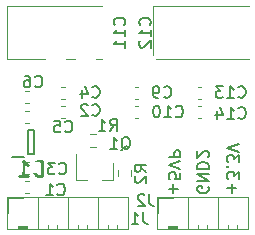
<source format=gbr>
%TF.GenerationSoftware,KiCad,Pcbnew,(5.1.10)-1*%
%TF.CreationDate,2022-01-18T16:23:03+07:00*%
%TF.ProjectId,DC5V_DC5V3V3,44433556-5f44-4433-9556-3356332e6b69,rev?*%
%TF.SameCoordinates,Original*%
%TF.FileFunction,Legend,Bot*%
%TF.FilePolarity,Positive*%
%FSLAX46Y46*%
G04 Gerber Fmt 4.6, Leading zero omitted, Abs format (unit mm)*
G04 Created by KiCad (PCBNEW (5.1.10)-1) date 2022-01-18 16:23:03*
%MOMM*%
%LPD*%
G01*
G04 APERTURE LIST*
%ADD10C,0.150000*%
%ADD11C,0.200000*%
%ADD12C,0.120000*%
%ADD13C,0.254000*%
%ADD14R,0.950000X0.450000*%
%ADD15O,1.700000X1.700000*%
%ADD16R,1.700000X1.700000*%
%ADD17R,0.800000X0.900000*%
%ADD18R,1.750000X2.250000*%
%ADD19O,1.750000X2.250000*%
G04 APERTURE END LIST*
D10*
X108310571Y-96920000D02*
X108310571Y-96158095D01*
X107929619Y-96539047D02*
X108691523Y-96539047D01*
X108929619Y-95777142D02*
X108929619Y-95158095D01*
X108548666Y-95491428D01*
X108548666Y-95348571D01*
X108501047Y-95253333D01*
X108453428Y-95205714D01*
X108358190Y-95158095D01*
X108120095Y-95158095D01*
X108024857Y-95205714D01*
X107977238Y-95253333D01*
X107929619Y-95348571D01*
X107929619Y-95634285D01*
X107977238Y-95729523D01*
X108024857Y-95777142D01*
X108024857Y-94729523D02*
X107977238Y-94681904D01*
X107929619Y-94729523D01*
X107977238Y-94777142D01*
X108024857Y-94729523D01*
X107929619Y-94729523D01*
X108929619Y-94348571D02*
X108929619Y-93729523D01*
X108548666Y-94062857D01*
X108548666Y-93920000D01*
X108501047Y-93824761D01*
X108453428Y-93777142D01*
X108358190Y-93729523D01*
X108120095Y-93729523D01*
X108024857Y-93777142D01*
X107977238Y-93824761D01*
X107929619Y-93920000D01*
X107929619Y-94205714D01*
X107977238Y-94300952D01*
X108024857Y-94348571D01*
X108929619Y-93443809D02*
X107929619Y-93110476D01*
X108929619Y-92777142D01*
X106342000Y-96412095D02*
X106389619Y-96507333D01*
X106389619Y-96650190D01*
X106342000Y-96793047D01*
X106246761Y-96888285D01*
X106151523Y-96935904D01*
X105961047Y-96983523D01*
X105818190Y-96983523D01*
X105627714Y-96935904D01*
X105532476Y-96888285D01*
X105437238Y-96793047D01*
X105389619Y-96650190D01*
X105389619Y-96554952D01*
X105437238Y-96412095D01*
X105484857Y-96364476D01*
X105818190Y-96364476D01*
X105818190Y-96554952D01*
X105389619Y-95935904D02*
X106389619Y-95935904D01*
X105389619Y-95364476D01*
X106389619Y-95364476D01*
X105389619Y-94888285D02*
X106389619Y-94888285D01*
X106389619Y-94650190D01*
X106342000Y-94507333D01*
X106246761Y-94412095D01*
X106151523Y-94364476D01*
X105961047Y-94316857D01*
X105818190Y-94316857D01*
X105627714Y-94364476D01*
X105532476Y-94412095D01*
X105437238Y-94507333D01*
X105389619Y-94650190D01*
X105389619Y-94888285D01*
X106294380Y-93935904D02*
X106342000Y-93888285D01*
X106389619Y-93793047D01*
X106389619Y-93554952D01*
X106342000Y-93459714D01*
X106294380Y-93412095D01*
X106199142Y-93364476D01*
X106103904Y-93364476D01*
X105961047Y-93412095D01*
X105389619Y-93983523D01*
X105389619Y-93364476D01*
X103357571Y-96959714D02*
X103357571Y-96197809D01*
X102976619Y-96578761D02*
X103738523Y-96578761D01*
X103976619Y-95245428D02*
X103976619Y-95721619D01*
X103500428Y-95769238D01*
X103548047Y-95721619D01*
X103595666Y-95626380D01*
X103595666Y-95388285D01*
X103548047Y-95293047D01*
X103500428Y-95245428D01*
X103405190Y-95197809D01*
X103167095Y-95197809D01*
X103071857Y-95245428D01*
X103024238Y-95293047D01*
X102976619Y-95388285D01*
X102976619Y-95626380D01*
X103024238Y-95721619D01*
X103071857Y-95769238D01*
X103976619Y-94912095D02*
X102976619Y-94578761D01*
X103976619Y-94245428D01*
X102976619Y-93912095D02*
X103976619Y-93912095D01*
X103976619Y-93531142D01*
X103929000Y-93435904D01*
X103881380Y-93388285D01*
X103786142Y-93340666D01*
X103643285Y-93340666D01*
X103548047Y-93388285D01*
X103500428Y-93435904D01*
X103452809Y-93531142D01*
X103452809Y-93912095D01*
D11*
%TO.C,D1*%
X89746000Y-93859000D02*
X90696000Y-93859000D01*
X91046000Y-91634000D02*
X91046000Y-93634000D01*
X91596000Y-91634000D02*
X91046000Y-91634000D01*
X91596000Y-93634000D02*
X91596000Y-91634000D01*
X91046000Y-93634000D02*
X91596000Y-93634000D01*
D12*
%TO.C,J1*%
X89332000Y-97333000D02*
X89332000Y-98603000D01*
X90602000Y-97333000D02*
X89332000Y-97333000D01*
X98602000Y-99645929D02*
X98602000Y-99963000D01*
X97842000Y-99645929D02*
X97842000Y-99963000D01*
X97842000Y-99963000D02*
X98602000Y-99963000D01*
X96952000Y-97303000D02*
X96952000Y-99963000D01*
X96062000Y-99645929D02*
X96062000Y-99963000D01*
X95302000Y-99645929D02*
X95302000Y-99963000D01*
X95302000Y-99963000D02*
X96062000Y-99963000D01*
X94412000Y-97303000D02*
X94412000Y-99963000D01*
X93522000Y-99645929D02*
X93522000Y-99963000D01*
X92762000Y-99645929D02*
X92762000Y-99963000D01*
X92762000Y-99963000D02*
X93522000Y-99963000D01*
X91872000Y-97303000D02*
X91872000Y-99963000D01*
X90982000Y-99713000D02*
X90982000Y-99963000D01*
X90222000Y-99713000D02*
X90222000Y-99963000D01*
X90221000Y-99936500D02*
X90981000Y-99936500D01*
X89272000Y-99963000D02*
X89272000Y-97303000D01*
X99552000Y-99963000D02*
X89272000Y-99963000D01*
X99552000Y-97303000D02*
X99552000Y-99963000D01*
X89272000Y-97303000D02*
X99552000Y-97303000D01*
X90222000Y-99713000D02*
X90982000Y-99713000D01*
X90221000Y-99809500D02*
X90981000Y-99809500D01*
X90221000Y-99873000D02*
X90981000Y-99873000D01*
%TO.C,J2*%
X101972000Y-97303000D02*
X109712000Y-97303000D01*
X109712000Y-97303000D02*
X109712000Y-99963000D01*
X109712000Y-99963000D02*
X101972000Y-99963000D01*
X101972000Y-99963000D02*
X101972000Y-97303000D01*
X102922000Y-99713000D02*
X103682000Y-99713000D01*
X102922000Y-99713000D02*
X102923000Y-99963000D01*
X103682000Y-99713000D02*
X103683000Y-99963000D01*
X104572000Y-97303000D02*
X104572000Y-99963000D01*
X105462000Y-99645929D02*
X105463000Y-99963000D01*
X106222000Y-99645929D02*
X106223000Y-99963000D01*
X107112000Y-97303000D02*
X107112000Y-99963000D01*
X108002000Y-99963000D02*
X108762000Y-99963000D01*
X108002000Y-99645929D02*
X108002000Y-99963000D01*
X108762000Y-99645929D02*
X108762000Y-99963000D01*
X103302000Y-97333000D02*
X102032000Y-97333000D01*
X102032000Y-97333000D02*
X102032000Y-98603000D01*
X105463000Y-99963000D02*
X106223000Y-99963000D01*
X102921000Y-99809500D02*
X103681000Y-99809500D01*
X102921000Y-99873000D02*
X103681000Y-99873000D01*
%TO.C,C12*%
X101686000Y-81103000D02*
X109746000Y-81103000D01*
X101686000Y-85623000D02*
X101686000Y-81103000D01*
X109746000Y-85623000D02*
X101686000Y-85623000D01*
%TO.C,C11*%
X89302500Y-81103000D02*
X97362500Y-81103000D01*
X89302500Y-85623000D02*
X89302500Y-81103000D01*
X97362500Y-85623000D02*
X89302500Y-85623000D01*
%TO.C,C13*%
X105715580Y-88953000D02*
X105434420Y-88953000D01*
X105715580Y-87933000D02*
X105434420Y-87933000D01*
%TO.C,C14*%
X105715580Y-90604000D02*
X105434420Y-90604000D01*
X105715580Y-89584000D02*
X105434420Y-89584000D01*
%TO.C,R2*%
X98715500Y-95475258D02*
X98715500Y-95000742D01*
X99760500Y-95475258D02*
X99760500Y-95000742D01*
%TO.C,R1*%
X96333242Y-91984500D02*
X96807758Y-91984500D01*
X96333242Y-93029500D02*
X96807758Y-93029500D01*
%TO.C,Q1*%
X98278000Y-95823000D02*
X98278000Y-94363000D01*
X95118000Y-95823000D02*
X95118000Y-93663000D01*
X95118000Y-95823000D02*
X96048000Y-95823000D01*
X98278000Y-95823000D02*
X97348000Y-95823000D01*
%TO.C,C10*%
X100100420Y-89584000D02*
X100381580Y-89584000D01*
X100100420Y-90604000D02*
X100381580Y-90604000D01*
%TO.C,C9*%
X100100420Y-87933000D02*
X100381580Y-87933000D01*
X100100420Y-88953000D02*
X100381580Y-88953000D01*
%TO.C,C6*%
X91123580Y-89334000D02*
X90842420Y-89334000D01*
X91123580Y-88314000D02*
X90842420Y-88314000D01*
%TO.C,C5*%
X91110580Y-90985000D02*
X90829420Y-90985000D01*
X91110580Y-89965000D02*
X90829420Y-89965000D01*
%TO.C,C4*%
X93903420Y-87933000D02*
X94184580Y-87933000D01*
X93903420Y-88953000D02*
X94184580Y-88953000D01*
%TO.C,C3*%
X91110580Y-95303000D02*
X90829420Y-95303000D01*
X91110580Y-94283000D02*
X90829420Y-94283000D01*
%TO.C,C2*%
X93903420Y-89584000D02*
X94184580Y-89584000D01*
X93903420Y-90604000D02*
X94184580Y-90604000D01*
%TO.C,C1*%
X91110580Y-96954000D02*
X90829420Y-96954000D01*
X91110580Y-95934000D02*
X90829420Y-95934000D01*
%TO.C,D1*%
D13*
X92258380Y-95494523D02*
X92258380Y-94224523D01*
X91956000Y-94224523D01*
X91774571Y-94285000D01*
X91653619Y-94405952D01*
X91593142Y-94526904D01*
X91532666Y-94768809D01*
X91532666Y-94950238D01*
X91593142Y-95192142D01*
X91653619Y-95313095D01*
X91774571Y-95434047D01*
X91956000Y-95494523D01*
X92258380Y-95494523D01*
X90323142Y-95494523D02*
X91048857Y-95494523D01*
X90686000Y-95494523D02*
X90686000Y-94224523D01*
X90806952Y-94405952D01*
X90927904Y-94526904D01*
X91048857Y-94587380D01*
%TO.C,J1*%
D10*
X100841333Y-98563380D02*
X100841333Y-99277666D01*
X100888952Y-99420523D01*
X100984190Y-99515761D01*
X101127047Y-99563380D01*
X101222285Y-99563380D01*
X99841333Y-99563380D02*
X100412761Y-99563380D01*
X100127047Y-99563380D02*
X100127047Y-98563380D01*
X100222285Y-98706238D01*
X100317523Y-98801476D01*
X100412761Y-98849095D01*
%TO.C,J2*%
X101349333Y-97039380D02*
X101349333Y-97753666D01*
X101396952Y-97896523D01*
X101492190Y-97991761D01*
X101635047Y-98039380D01*
X101730285Y-98039380D01*
X100920761Y-97134619D02*
X100873142Y-97087000D01*
X100777904Y-97039380D01*
X100539809Y-97039380D01*
X100444571Y-97087000D01*
X100396952Y-97134619D01*
X100349333Y-97229857D01*
X100349333Y-97325095D01*
X100396952Y-97467952D01*
X100968380Y-98039380D01*
X100349333Y-98039380D01*
%TO.C,C12*%
X101373142Y-82720142D02*
X101420761Y-82672523D01*
X101468380Y-82529666D01*
X101468380Y-82434428D01*
X101420761Y-82291571D01*
X101325523Y-82196333D01*
X101230285Y-82148714D01*
X101039809Y-82101095D01*
X100896952Y-82101095D01*
X100706476Y-82148714D01*
X100611238Y-82196333D01*
X100516000Y-82291571D01*
X100468380Y-82434428D01*
X100468380Y-82529666D01*
X100516000Y-82672523D01*
X100563619Y-82720142D01*
X101468380Y-83672523D02*
X101468380Y-83101095D01*
X101468380Y-83386809D02*
X100468380Y-83386809D01*
X100611238Y-83291571D01*
X100706476Y-83196333D01*
X100754095Y-83101095D01*
X100563619Y-84053476D02*
X100516000Y-84101095D01*
X100468380Y-84196333D01*
X100468380Y-84434428D01*
X100516000Y-84529666D01*
X100563619Y-84577285D01*
X100658857Y-84624904D01*
X100754095Y-84624904D01*
X100896952Y-84577285D01*
X101468380Y-84005857D01*
X101468380Y-84624904D01*
%TO.C,C11*%
X99214142Y-82720142D02*
X99261761Y-82672523D01*
X99309380Y-82529666D01*
X99309380Y-82434428D01*
X99261761Y-82291571D01*
X99166523Y-82196333D01*
X99071285Y-82148714D01*
X98880809Y-82101095D01*
X98737952Y-82101095D01*
X98547476Y-82148714D01*
X98452238Y-82196333D01*
X98357000Y-82291571D01*
X98309380Y-82434428D01*
X98309380Y-82529666D01*
X98357000Y-82672523D01*
X98404619Y-82720142D01*
X99309380Y-83672523D02*
X99309380Y-83101095D01*
X99309380Y-83386809D02*
X98309380Y-83386809D01*
X98452238Y-83291571D01*
X98547476Y-83196333D01*
X98595095Y-83101095D01*
X99309380Y-84624904D02*
X99309380Y-84053476D01*
X99309380Y-84339190D02*
X98309380Y-84339190D01*
X98452238Y-84243952D01*
X98547476Y-84148714D01*
X98595095Y-84053476D01*
%TO.C,C13*%
X108871857Y-88800142D02*
X108919476Y-88847761D01*
X109062333Y-88895380D01*
X109157571Y-88895380D01*
X109300428Y-88847761D01*
X109395666Y-88752523D01*
X109443285Y-88657285D01*
X109490904Y-88466809D01*
X109490904Y-88323952D01*
X109443285Y-88133476D01*
X109395666Y-88038238D01*
X109300428Y-87943000D01*
X109157571Y-87895380D01*
X109062333Y-87895380D01*
X108919476Y-87943000D01*
X108871857Y-87990619D01*
X107919476Y-88895380D02*
X108490904Y-88895380D01*
X108205190Y-88895380D02*
X108205190Y-87895380D01*
X108300428Y-88038238D01*
X108395666Y-88133476D01*
X108490904Y-88181095D01*
X107586142Y-87895380D02*
X106967095Y-87895380D01*
X107300428Y-88276333D01*
X107157571Y-88276333D01*
X107062333Y-88323952D01*
X107014714Y-88371571D01*
X106967095Y-88466809D01*
X106967095Y-88704904D01*
X107014714Y-88800142D01*
X107062333Y-88847761D01*
X107157571Y-88895380D01*
X107443285Y-88895380D01*
X107538523Y-88847761D01*
X107586142Y-88800142D01*
%TO.C,C14*%
X108884857Y-90578142D02*
X108932476Y-90625761D01*
X109075333Y-90673380D01*
X109170571Y-90673380D01*
X109313428Y-90625761D01*
X109408666Y-90530523D01*
X109456285Y-90435285D01*
X109503904Y-90244809D01*
X109503904Y-90101952D01*
X109456285Y-89911476D01*
X109408666Y-89816238D01*
X109313428Y-89721000D01*
X109170571Y-89673380D01*
X109075333Y-89673380D01*
X108932476Y-89721000D01*
X108884857Y-89768619D01*
X107932476Y-90673380D02*
X108503904Y-90673380D01*
X108218190Y-90673380D02*
X108218190Y-89673380D01*
X108313428Y-89816238D01*
X108408666Y-89911476D01*
X108503904Y-89959095D01*
X107075333Y-90006714D02*
X107075333Y-90673380D01*
X107313428Y-89625761D02*
X107551523Y-90340047D01*
X106932476Y-90340047D01*
%TO.C,R2*%
X101087380Y-95134333D02*
X100611190Y-94801000D01*
X101087380Y-94562904D02*
X100087380Y-94562904D01*
X100087380Y-94943857D01*
X100135000Y-95039095D01*
X100182619Y-95086714D01*
X100277857Y-95134333D01*
X100420714Y-95134333D01*
X100515952Y-95086714D01*
X100563571Y-95039095D01*
X100611190Y-94943857D01*
X100611190Y-94562904D01*
X100182619Y-95515285D02*
X100135000Y-95562904D01*
X100087380Y-95658142D01*
X100087380Y-95896238D01*
X100135000Y-95991476D01*
X100182619Y-96039095D01*
X100277857Y-96086714D01*
X100373095Y-96086714D01*
X100515952Y-96039095D01*
X101087380Y-95467666D01*
X101087380Y-96086714D01*
%TO.C,R1*%
X98007666Y-91689380D02*
X98341000Y-91213190D01*
X98579095Y-91689380D02*
X98579095Y-90689380D01*
X98198142Y-90689380D01*
X98102904Y-90737000D01*
X98055285Y-90784619D01*
X98007666Y-90879857D01*
X98007666Y-91022714D01*
X98055285Y-91117952D01*
X98102904Y-91165571D01*
X98198142Y-91213190D01*
X98579095Y-91213190D01*
X97055285Y-91689380D02*
X97626714Y-91689380D01*
X97341000Y-91689380D02*
X97341000Y-90689380D01*
X97436238Y-90832238D01*
X97531476Y-90927476D01*
X97626714Y-90975095D01*
%TO.C,Q1*%
X98952238Y-93308619D02*
X99047476Y-93261000D01*
X99142714Y-93165761D01*
X99285571Y-93022904D01*
X99380809Y-92975285D01*
X99476047Y-92975285D01*
X99428428Y-93213380D02*
X99523666Y-93165761D01*
X99618904Y-93070523D01*
X99666523Y-92880047D01*
X99666523Y-92546714D01*
X99618904Y-92356238D01*
X99523666Y-92261000D01*
X99428428Y-92213380D01*
X99237952Y-92213380D01*
X99142714Y-92261000D01*
X99047476Y-92356238D01*
X98999857Y-92546714D01*
X98999857Y-92880047D01*
X99047476Y-93070523D01*
X99142714Y-93165761D01*
X99237952Y-93213380D01*
X99428428Y-93213380D01*
X98047476Y-93213380D02*
X98618904Y-93213380D01*
X98333190Y-93213380D02*
X98333190Y-92213380D01*
X98428428Y-92356238D01*
X98523666Y-92451476D01*
X98618904Y-92499095D01*
%TO.C,C10*%
X103563857Y-90451142D02*
X103611476Y-90498761D01*
X103754333Y-90546380D01*
X103849571Y-90546380D01*
X103992428Y-90498761D01*
X104087666Y-90403523D01*
X104135285Y-90308285D01*
X104182904Y-90117809D01*
X104182904Y-89974952D01*
X104135285Y-89784476D01*
X104087666Y-89689238D01*
X103992428Y-89594000D01*
X103849571Y-89546380D01*
X103754333Y-89546380D01*
X103611476Y-89594000D01*
X103563857Y-89641619D01*
X102611476Y-90546380D02*
X103182904Y-90546380D01*
X102897190Y-90546380D02*
X102897190Y-89546380D01*
X102992428Y-89689238D01*
X103087666Y-89784476D01*
X103182904Y-89832095D01*
X101992428Y-89546380D02*
X101897190Y-89546380D01*
X101801952Y-89594000D01*
X101754333Y-89641619D01*
X101706714Y-89736857D01*
X101659095Y-89927333D01*
X101659095Y-90165428D01*
X101706714Y-90355904D01*
X101754333Y-90451142D01*
X101801952Y-90498761D01*
X101897190Y-90546380D01*
X101992428Y-90546380D01*
X102087666Y-90498761D01*
X102135285Y-90451142D01*
X102182904Y-90355904D01*
X102230523Y-90165428D01*
X102230523Y-89927333D01*
X102182904Y-89736857D01*
X102135285Y-89641619D01*
X102087666Y-89594000D01*
X101992428Y-89546380D01*
%TO.C,C9*%
X102579666Y-88800142D02*
X102627285Y-88847761D01*
X102770142Y-88895380D01*
X102865380Y-88895380D01*
X103008238Y-88847761D01*
X103103476Y-88752523D01*
X103151095Y-88657285D01*
X103198714Y-88466809D01*
X103198714Y-88323952D01*
X103151095Y-88133476D01*
X103103476Y-88038238D01*
X103008238Y-87943000D01*
X102865380Y-87895380D01*
X102770142Y-87895380D01*
X102627285Y-87943000D01*
X102579666Y-87990619D01*
X102103476Y-88895380D02*
X101913000Y-88895380D01*
X101817761Y-88847761D01*
X101770142Y-88800142D01*
X101674904Y-88657285D01*
X101627285Y-88466809D01*
X101627285Y-88085857D01*
X101674904Y-87990619D01*
X101722523Y-87943000D01*
X101817761Y-87895380D01*
X102008238Y-87895380D01*
X102103476Y-87943000D01*
X102151095Y-87990619D01*
X102198714Y-88085857D01*
X102198714Y-88323952D01*
X102151095Y-88419190D01*
X102103476Y-88466809D01*
X102008238Y-88514428D01*
X101817761Y-88514428D01*
X101722523Y-88466809D01*
X101674904Y-88419190D01*
X101627285Y-88323952D01*
%TO.C,C6*%
X91657666Y-87911142D02*
X91705285Y-87958761D01*
X91848142Y-88006380D01*
X91943380Y-88006380D01*
X92086238Y-87958761D01*
X92181476Y-87863523D01*
X92229095Y-87768285D01*
X92276714Y-87577809D01*
X92276714Y-87434952D01*
X92229095Y-87244476D01*
X92181476Y-87149238D01*
X92086238Y-87054000D01*
X91943380Y-87006380D01*
X91848142Y-87006380D01*
X91705285Y-87054000D01*
X91657666Y-87101619D01*
X90800523Y-87006380D02*
X90991000Y-87006380D01*
X91086238Y-87054000D01*
X91133857Y-87101619D01*
X91229095Y-87244476D01*
X91276714Y-87434952D01*
X91276714Y-87815904D01*
X91229095Y-87911142D01*
X91181476Y-87958761D01*
X91086238Y-88006380D01*
X90895761Y-88006380D01*
X90800523Y-87958761D01*
X90752904Y-87911142D01*
X90705285Y-87815904D01*
X90705285Y-87577809D01*
X90752904Y-87482571D01*
X90800523Y-87434952D01*
X90895761Y-87387333D01*
X91086238Y-87387333D01*
X91181476Y-87434952D01*
X91229095Y-87482571D01*
X91276714Y-87577809D01*
%TO.C,C5*%
X94197666Y-91721142D02*
X94245285Y-91768761D01*
X94388142Y-91816380D01*
X94483380Y-91816380D01*
X94626238Y-91768761D01*
X94721476Y-91673523D01*
X94769095Y-91578285D01*
X94816714Y-91387809D01*
X94816714Y-91244952D01*
X94769095Y-91054476D01*
X94721476Y-90959238D01*
X94626238Y-90864000D01*
X94483380Y-90816380D01*
X94388142Y-90816380D01*
X94245285Y-90864000D01*
X94197666Y-90911619D01*
X93292904Y-90816380D02*
X93769095Y-90816380D01*
X93816714Y-91292571D01*
X93769095Y-91244952D01*
X93673857Y-91197333D01*
X93435761Y-91197333D01*
X93340523Y-91244952D01*
X93292904Y-91292571D01*
X93245285Y-91387809D01*
X93245285Y-91625904D01*
X93292904Y-91721142D01*
X93340523Y-91768761D01*
X93435761Y-91816380D01*
X93673857Y-91816380D01*
X93769095Y-91768761D01*
X93816714Y-91721142D01*
%TO.C,C4*%
X96509666Y-88800142D02*
X96557285Y-88847761D01*
X96700142Y-88895380D01*
X96795380Y-88895380D01*
X96938238Y-88847761D01*
X97033476Y-88752523D01*
X97081095Y-88657285D01*
X97128714Y-88466809D01*
X97128714Y-88323952D01*
X97081095Y-88133476D01*
X97033476Y-88038238D01*
X96938238Y-87943000D01*
X96795380Y-87895380D01*
X96700142Y-87895380D01*
X96557285Y-87943000D01*
X96509666Y-87990619D01*
X95652523Y-88228714D02*
X95652523Y-88895380D01*
X95890619Y-87847761D02*
X96128714Y-88562047D01*
X95509666Y-88562047D01*
%TO.C,C3*%
X93689666Y-95277142D02*
X93737285Y-95324761D01*
X93880142Y-95372380D01*
X93975380Y-95372380D01*
X94118238Y-95324761D01*
X94213476Y-95229523D01*
X94261095Y-95134285D01*
X94308714Y-94943809D01*
X94308714Y-94800952D01*
X94261095Y-94610476D01*
X94213476Y-94515238D01*
X94118238Y-94420000D01*
X93975380Y-94372380D01*
X93880142Y-94372380D01*
X93737285Y-94420000D01*
X93689666Y-94467619D01*
X93356333Y-94372380D02*
X92737285Y-94372380D01*
X93070619Y-94753333D01*
X92927761Y-94753333D01*
X92832523Y-94800952D01*
X92784904Y-94848571D01*
X92737285Y-94943809D01*
X92737285Y-95181904D01*
X92784904Y-95277142D01*
X92832523Y-95324761D01*
X92927761Y-95372380D01*
X93213476Y-95372380D01*
X93308714Y-95324761D01*
X93356333Y-95277142D01*
%TO.C,C2*%
X96509666Y-90324142D02*
X96557285Y-90371761D01*
X96700142Y-90419380D01*
X96795380Y-90419380D01*
X96938238Y-90371761D01*
X97033476Y-90276523D01*
X97081095Y-90181285D01*
X97128714Y-89990809D01*
X97128714Y-89847952D01*
X97081095Y-89657476D01*
X97033476Y-89562238D01*
X96938238Y-89467000D01*
X96795380Y-89419380D01*
X96700142Y-89419380D01*
X96557285Y-89467000D01*
X96509666Y-89514619D01*
X96128714Y-89514619D02*
X96081095Y-89467000D01*
X95985857Y-89419380D01*
X95747761Y-89419380D01*
X95652523Y-89467000D01*
X95604904Y-89514619D01*
X95557285Y-89609857D01*
X95557285Y-89705095D01*
X95604904Y-89847952D01*
X96176333Y-90419380D01*
X95557285Y-90419380D01*
%TO.C,C1*%
X93562666Y-97055142D02*
X93610285Y-97102761D01*
X93753142Y-97150380D01*
X93848380Y-97150380D01*
X93991238Y-97102761D01*
X94086476Y-97007523D01*
X94134095Y-96912285D01*
X94181714Y-96721809D01*
X94181714Y-96578952D01*
X94134095Y-96388476D01*
X94086476Y-96293238D01*
X93991238Y-96198000D01*
X93848380Y-96150380D01*
X93753142Y-96150380D01*
X93610285Y-96198000D01*
X93562666Y-96245619D01*
X92610285Y-97150380D02*
X93181714Y-97150380D01*
X92896000Y-97150380D02*
X92896000Y-96150380D01*
X92991238Y-96293238D01*
X93086476Y-96388476D01*
X93181714Y-96436095D01*
%TD*%
%LPC*%
D14*
%TO.C,D1*%
X92421000Y-93284000D03*
X92421000Y-92634000D03*
X92421000Y-91984000D03*
X90221000Y-91984000D03*
X90221000Y-92634000D03*
X90221000Y-93284000D03*
%TD*%
D15*
%TO.C,J1*%
X98222000Y-98603000D03*
X95682000Y-98603000D03*
X93142000Y-98603000D03*
D16*
X90602000Y-98603000D03*
%TD*%
D15*
%TO.C,J2*%
X108382000Y-98603000D03*
X105842000Y-98603000D03*
D16*
X103302000Y-98603000D03*
%TD*%
%TO.C,C12*%
G36*
G01*
X108171000Y-84388000D02*
X108171000Y-82338000D01*
G75*
G02*
X108421000Y-82088000I250000J0D01*
G01*
X109996000Y-82088000D01*
G75*
G02*
X110246000Y-82338000I0J-250000D01*
G01*
X110246000Y-84388000D01*
G75*
G02*
X109996000Y-84638000I-250000J0D01*
G01*
X108421000Y-84638000D01*
G75*
G02*
X108171000Y-84388000I0J250000D01*
G01*
G37*
G36*
G01*
X101946000Y-84388000D02*
X101946000Y-82338000D01*
G75*
G02*
X102196000Y-82088000I250000J0D01*
G01*
X103771000Y-82088000D01*
G75*
G02*
X104021000Y-82338000I0J-250000D01*
G01*
X104021000Y-84388000D01*
G75*
G02*
X103771000Y-84638000I-250000J0D01*
G01*
X102196000Y-84638000D01*
G75*
G02*
X101946000Y-84388000I0J250000D01*
G01*
G37*
%TD*%
%TO.C,C11*%
G36*
G01*
X95787500Y-84388000D02*
X95787500Y-82338000D01*
G75*
G02*
X96037500Y-82088000I250000J0D01*
G01*
X97612500Y-82088000D01*
G75*
G02*
X97862500Y-82338000I0J-250000D01*
G01*
X97862500Y-84388000D01*
G75*
G02*
X97612500Y-84638000I-250000J0D01*
G01*
X96037500Y-84638000D01*
G75*
G02*
X95787500Y-84388000I0J250000D01*
G01*
G37*
G36*
G01*
X89562500Y-84388000D02*
X89562500Y-82338000D01*
G75*
G02*
X89812500Y-82088000I250000J0D01*
G01*
X91387500Y-82088000D01*
G75*
G02*
X91637500Y-82338000I0J-250000D01*
G01*
X91637500Y-84388000D01*
G75*
G02*
X91387500Y-84638000I-250000J0D01*
G01*
X89812500Y-84638000D01*
G75*
G02*
X89562500Y-84388000I0J250000D01*
G01*
G37*
%TD*%
%TO.C,C13*%
G36*
G01*
X105250000Y-88193000D02*
X105250000Y-88693000D01*
G75*
G02*
X105025000Y-88918000I-225000J0D01*
G01*
X104575000Y-88918000D01*
G75*
G02*
X104350000Y-88693000I0J225000D01*
G01*
X104350000Y-88193000D01*
G75*
G02*
X104575000Y-87968000I225000J0D01*
G01*
X105025000Y-87968000D01*
G75*
G02*
X105250000Y-88193000I0J-225000D01*
G01*
G37*
G36*
G01*
X106800000Y-88193000D02*
X106800000Y-88693000D01*
G75*
G02*
X106575000Y-88918000I-225000J0D01*
G01*
X106125000Y-88918000D01*
G75*
G02*
X105900000Y-88693000I0J225000D01*
G01*
X105900000Y-88193000D01*
G75*
G02*
X106125000Y-87968000I225000J0D01*
G01*
X106575000Y-87968000D01*
G75*
G02*
X106800000Y-88193000I0J-225000D01*
G01*
G37*
%TD*%
%TO.C,C14*%
G36*
G01*
X105250000Y-89844000D02*
X105250000Y-90344000D01*
G75*
G02*
X105025000Y-90569000I-225000J0D01*
G01*
X104575000Y-90569000D01*
G75*
G02*
X104350000Y-90344000I0J225000D01*
G01*
X104350000Y-89844000D01*
G75*
G02*
X104575000Y-89619000I225000J0D01*
G01*
X105025000Y-89619000D01*
G75*
G02*
X105250000Y-89844000I0J-225000D01*
G01*
G37*
G36*
G01*
X106800000Y-89844000D02*
X106800000Y-90344000D01*
G75*
G02*
X106575000Y-90569000I-225000J0D01*
G01*
X106125000Y-90569000D01*
G75*
G02*
X105900000Y-90344000I0J225000D01*
G01*
X105900000Y-89844000D01*
G75*
G02*
X106125000Y-89619000I225000J0D01*
G01*
X106575000Y-89619000D01*
G75*
G02*
X106800000Y-89844000I0J-225000D01*
G01*
G37*
%TD*%
%TO.C,R2*%
G36*
G01*
X99513000Y-94813000D02*
X98963000Y-94813000D01*
G75*
G02*
X98763000Y-94613000I0J200000D01*
G01*
X98763000Y-94213000D01*
G75*
G02*
X98963000Y-94013000I200000J0D01*
G01*
X99513000Y-94013000D01*
G75*
G02*
X99713000Y-94213000I0J-200000D01*
G01*
X99713000Y-94613000D01*
G75*
G02*
X99513000Y-94813000I-200000J0D01*
G01*
G37*
G36*
G01*
X99513000Y-96463000D02*
X98963000Y-96463000D01*
G75*
G02*
X98763000Y-96263000I0J200000D01*
G01*
X98763000Y-95863000D01*
G75*
G02*
X98963000Y-95663000I200000J0D01*
G01*
X99513000Y-95663000D01*
G75*
G02*
X99713000Y-95863000I0J-200000D01*
G01*
X99713000Y-96263000D01*
G75*
G02*
X99513000Y-96463000I-200000J0D01*
G01*
G37*
%TD*%
%TO.C,R1*%
G36*
G01*
X96995500Y-92782000D02*
X96995500Y-92232000D01*
G75*
G02*
X97195500Y-92032000I200000J0D01*
G01*
X97595500Y-92032000D01*
G75*
G02*
X97795500Y-92232000I0J-200000D01*
G01*
X97795500Y-92782000D01*
G75*
G02*
X97595500Y-92982000I-200000J0D01*
G01*
X97195500Y-92982000D01*
G75*
G02*
X96995500Y-92782000I0J200000D01*
G01*
G37*
G36*
G01*
X95345500Y-92782000D02*
X95345500Y-92232000D01*
G75*
G02*
X95545500Y-92032000I200000J0D01*
G01*
X95945500Y-92032000D01*
G75*
G02*
X96145500Y-92232000I0J-200000D01*
G01*
X96145500Y-92782000D01*
G75*
G02*
X95945500Y-92982000I-200000J0D01*
G01*
X95545500Y-92982000D01*
G75*
G02*
X95345500Y-92782000I0J200000D01*
G01*
G37*
%TD*%
D17*
%TO.C,Q1*%
X96698000Y-96063000D03*
X97648000Y-94063000D03*
X95748000Y-94063000D03*
%TD*%
D18*
%TO.C,PS1*%
X93396000Y-86157000D03*
D19*
X95936000Y-86157000D03*
X98476000Y-86157000D03*
X101016000Y-86157000D03*
%TD*%
%TO.C,C10*%
G36*
G01*
X100566000Y-90344000D02*
X100566000Y-89844000D01*
G75*
G02*
X100791000Y-89619000I225000J0D01*
G01*
X101241000Y-89619000D01*
G75*
G02*
X101466000Y-89844000I0J-225000D01*
G01*
X101466000Y-90344000D01*
G75*
G02*
X101241000Y-90569000I-225000J0D01*
G01*
X100791000Y-90569000D01*
G75*
G02*
X100566000Y-90344000I0J225000D01*
G01*
G37*
G36*
G01*
X99016000Y-90344000D02*
X99016000Y-89844000D01*
G75*
G02*
X99241000Y-89619000I225000J0D01*
G01*
X99691000Y-89619000D01*
G75*
G02*
X99916000Y-89844000I0J-225000D01*
G01*
X99916000Y-90344000D01*
G75*
G02*
X99691000Y-90569000I-225000J0D01*
G01*
X99241000Y-90569000D01*
G75*
G02*
X99016000Y-90344000I0J225000D01*
G01*
G37*
%TD*%
%TO.C,C9*%
G36*
G01*
X100566000Y-88693000D02*
X100566000Y-88193000D01*
G75*
G02*
X100791000Y-87968000I225000J0D01*
G01*
X101241000Y-87968000D01*
G75*
G02*
X101466000Y-88193000I0J-225000D01*
G01*
X101466000Y-88693000D01*
G75*
G02*
X101241000Y-88918000I-225000J0D01*
G01*
X100791000Y-88918000D01*
G75*
G02*
X100566000Y-88693000I0J225000D01*
G01*
G37*
G36*
G01*
X99016000Y-88693000D02*
X99016000Y-88193000D01*
G75*
G02*
X99241000Y-87968000I225000J0D01*
G01*
X99691000Y-87968000D01*
G75*
G02*
X99916000Y-88193000I0J-225000D01*
G01*
X99916000Y-88693000D01*
G75*
G02*
X99691000Y-88918000I-225000J0D01*
G01*
X99241000Y-88918000D01*
G75*
G02*
X99016000Y-88693000I0J225000D01*
G01*
G37*
%TD*%
%TO.C,C6*%
G36*
G01*
X90658000Y-88574000D02*
X90658000Y-89074000D01*
G75*
G02*
X90433000Y-89299000I-225000J0D01*
G01*
X89983000Y-89299000D01*
G75*
G02*
X89758000Y-89074000I0J225000D01*
G01*
X89758000Y-88574000D01*
G75*
G02*
X89983000Y-88349000I225000J0D01*
G01*
X90433000Y-88349000D01*
G75*
G02*
X90658000Y-88574000I0J-225000D01*
G01*
G37*
G36*
G01*
X92208000Y-88574000D02*
X92208000Y-89074000D01*
G75*
G02*
X91983000Y-89299000I-225000J0D01*
G01*
X91533000Y-89299000D01*
G75*
G02*
X91308000Y-89074000I0J225000D01*
G01*
X91308000Y-88574000D01*
G75*
G02*
X91533000Y-88349000I225000J0D01*
G01*
X91983000Y-88349000D01*
G75*
G02*
X92208000Y-88574000I0J-225000D01*
G01*
G37*
%TD*%
%TO.C,C5*%
G36*
G01*
X90645000Y-90225000D02*
X90645000Y-90725000D01*
G75*
G02*
X90420000Y-90950000I-225000J0D01*
G01*
X89970000Y-90950000D01*
G75*
G02*
X89745000Y-90725000I0J225000D01*
G01*
X89745000Y-90225000D01*
G75*
G02*
X89970000Y-90000000I225000J0D01*
G01*
X90420000Y-90000000D01*
G75*
G02*
X90645000Y-90225000I0J-225000D01*
G01*
G37*
G36*
G01*
X92195000Y-90225000D02*
X92195000Y-90725000D01*
G75*
G02*
X91970000Y-90950000I-225000J0D01*
G01*
X91520000Y-90950000D01*
G75*
G02*
X91295000Y-90725000I0J225000D01*
G01*
X91295000Y-90225000D01*
G75*
G02*
X91520000Y-90000000I225000J0D01*
G01*
X91970000Y-90000000D01*
G75*
G02*
X92195000Y-90225000I0J-225000D01*
G01*
G37*
%TD*%
%TO.C,C4*%
G36*
G01*
X94369000Y-88693000D02*
X94369000Y-88193000D01*
G75*
G02*
X94594000Y-87968000I225000J0D01*
G01*
X95044000Y-87968000D01*
G75*
G02*
X95269000Y-88193000I0J-225000D01*
G01*
X95269000Y-88693000D01*
G75*
G02*
X95044000Y-88918000I-225000J0D01*
G01*
X94594000Y-88918000D01*
G75*
G02*
X94369000Y-88693000I0J225000D01*
G01*
G37*
G36*
G01*
X92819000Y-88693000D02*
X92819000Y-88193000D01*
G75*
G02*
X93044000Y-87968000I225000J0D01*
G01*
X93494000Y-87968000D01*
G75*
G02*
X93719000Y-88193000I0J-225000D01*
G01*
X93719000Y-88693000D01*
G75*
G02*
X93494000Y-88918000I-225000J0D01*
G01*
X93044000Y-88918000D01*
G75*
G02*
X92819000Y-88693000I0J225000D01*
G01*
G37*
%TD*%
%TO.C,C3*%
G36*
G01*
X90645000Y-94543000D02*
X90645000Y-95043000D01*
G75*
G02*
X90420000Y-95268000I-225000J0D01*
G01*
X89970000Y-95268000D01*
G75*
G02*
X89745000Y-95043000I0J225000D01*
G01*
X89745000Y-94543000D01*
G75*
G02*
X89970000Y-94318000I225000J0D01*
G01*
X90420000Y-94318000D01*
G75*
G02*
X90645000Y-94543000I0J-225000D01*
G01*
G37*
G36*
G01*
X92195000Y-94543000D02*
X92195000Y-95043000D01*
G75*
G02*
X91970000Y-95268000I-225000J0D01*
G01*
X91520000Y-95268000D01*
G75*
G02*
X91295000Y-95043000I0J225000D01*
G01*
X91295000Y-94543000D01*
G75*
G02*
X91520000Y-94318000I225000J0D01*
G01*
X91970000Y-94318000D01*
G75*
G02*
X92195000Y-94543000I0J-225000D01*
G01*
G37*
%TD*%
%TO.C,C2*%
G36*
G01*
X94369000Y-90344000D02*
X94369000Y-89844000D01*
G75*
G02*
X94594000Y-89619000I225000J0D01*
G01*
X95044000Y-89619000D01*
G75*
G02*
X95269000Y-89844000I0J-225000D01*
G01*
X95269000Y-90344000D01*
G75*
G02*
X95044000Y-90569000I-225000J0D01*
G01*
X94594000Y-90569000D01*
G75*
G02*
X94369000Y-90344000I0J225000D01*
G01*
G37*
G36*
G01*
X92819000Y-90344000D02*
X92819000Y-89844000D01*
G75*
G02*
X93044000Y-89619000I225000J0D01*
G01*
X93494000Y-89619000D01*
G75*
G02*
X93719000Y-89844000I0J-225000D01*
G01*
X93719000Y-90344000D01*
G75*
G02*
X93494000Y-90569000I-225000J0D01*
G01*
X93044000Y-90569000D01*
G75*
G02*
X92819000Y-90344000I0J225000D01*
G01*
G37*
%TD*%
%TO.C,C1*%
G36*
G01*
X90645000Y-96194000D02*
X90645000Y-96694000D01*
G75*
G02*
X90420000Y-96919000I-225000J0D01*
G01*
X89970000Y-96919000D01*
G75*
G02*
X89745000Y-96694000I0J225000D01*
G01*
X89745000Y-96194000D01*
G75*
G02*
X89970000Y-95969000I225000J0D01*
G01*
X90420000Y-95969000D01*
G75*
G02*
X90645000Y-96194000I0J-225000D01*
G01*
G37*
G36*
G01*
X92195000Y-96194000D02*
X92195000Y-96694000D01*
G75*
G02*
X91970000Y-96919000I-225000J0D01*
G01*
X91520000Y-96919000D01*
G75*
G02*
X91295000Y-96694000I0J225000D01*
G01*
X91295000Y-96194000D01*
G75*
G02*
X91520000Y-95969000I225000J0D01*
G01*
X91970000Y-95969000D01*
G75*
G02*
X92195000Y-96194000I0J-225000D01*
G01*
G37*
%TD*%
M02*

</source>
